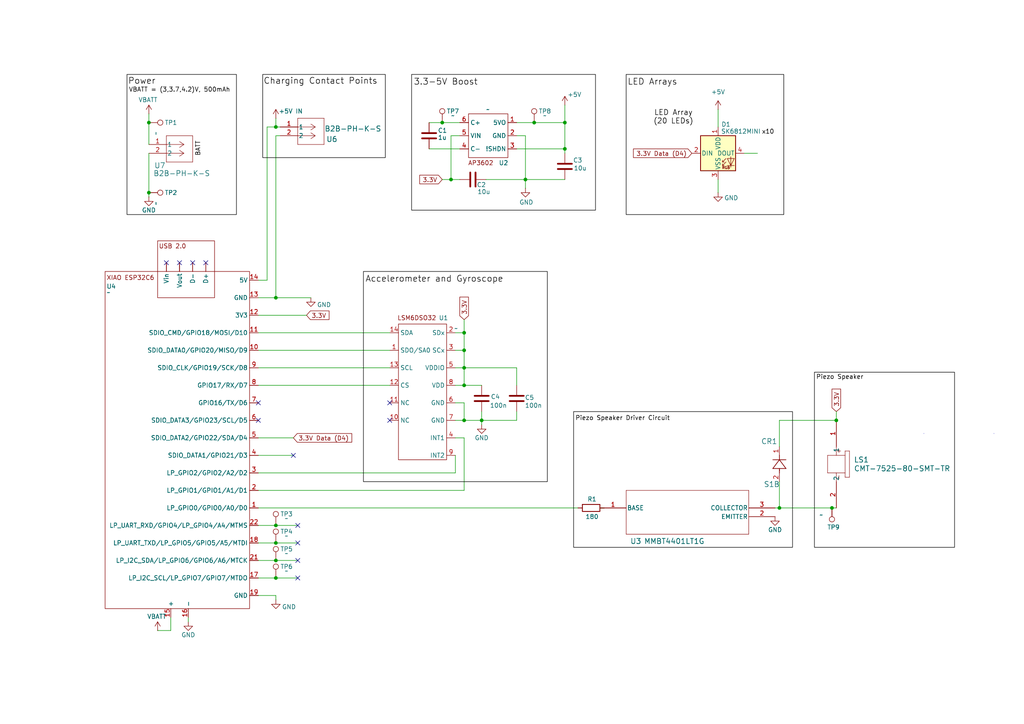
<source format=kicad_sch>
(kicad_sch (version 20231120) (generator "eeschema") (generator_version "8.0")
  (paper "A4")
  (title_block (title "LED20 Final Schematic") (date "2024-11-21") (rev "5") (company "Team 01") (comment 1 "Schematic of LED20"))
  (lib_symbols
    (symbol "2024-11-12_01-25-46:B2B-PH-K-S" (pin_names (offset 0.254))
      (property "Reference" "U6" (at 3.302 -4.318 0))
      (property "Value" "B2B-PH-K-S" (at 5.588 -6.35 0))
      (symbol "B2B-PH-K-S_1_1"
        (polyline (pts (xy 5.08 -5.08) (xy 12.7 -5.08)) (stroke (width 0.127)))
        (polyline (pts (xy 5.08 2.54) (xy 5.08 -5.08)) (stroke (width 0.127)))
        (polyline (pts (xy 10.16 -2.54) (xy 5.08 -2.54)) (stroke (width 0.127)))
        (polyline (pts (xy 10.16 -2.54) (xy 8.89 -3.3867)) (stroke (width 0.127)))
        (polyline (pts (xy 10.16 -2.54) (xy 8.89 -1.6933)) (stroke (width 0.127)))
        (polyline (pts (xy 10.16 0) (xy 5.08 0)) (stroke (width 0.127)))
        (polyline (pts (xy 10.16 0) (xy 8.89 -0.8467)) (stroke (width 0.127)))
        (polyline (pts (xy 10.16 0) (xy 8.89 0.8467)) (stroke (width 0.127)))
        (polyline (pts (xy 12.7 -5.08) (xy 12.7 2.54)) (stroke (width 0.127)))
        (polyline (pts (xy 12.7 2.54) (xy 5.08 2.54)) (stroke (width 0.127)))
        (pin power_out line (at 0 0 0) (length 5.08) (name "1") (number "1"))
        (pin power_out line (at 0 -2.54 0) (length 5.08) (name "2") (number "2"))
      )
    )
    (symbol "2024-11-12_02-31-52:CMT-7525-80-SMT-TR" (pin_names (offset 0.254))
      (property "Reference" "LS" (at 12.7 10.16 0))
      (property "Value" "CMT-7525-80-SMT-TR" (at 12.7 7.62 0))
      (symbol "CMT-7525-80-SMT-TR_1_1"
        (polyline (pts (xy 7.62 0) (xy 10.16 0)) (stroke (width 0.127)))
        (polyline (pts (xy 8.382 0.762) (xy 9.398 0.762)) (stroke (width 0.127)))
        (polyline (pts (xy 8.89 1.27) (xy 8.89 0.254)) (stroke (width 0.127)))
        (polyline (pts (xy 8.89 3.81) (xy 8.89 2.54)) (stroke (width 0.127)))
        (polyline (pts (xy 8.89 3.81) (xy 16.51 3.81)) (stroke (width 0.127)))
        (polyline (pts (xy 10.16 -2.54) (xy 15.24 -2.54)) (stroke (width 0.127)))
        (polyline (pts (xy 10.16 2.54) (xy 10.16 -2.54)) (stroke (width 0.127)))
        (polyline (pts (xy 15.24 -2.54) (xy 15.24 2.54)) (stroke (width 0.127)))
        (polyline (pts (xy 16.002 0.762) (xy 17.018 0.762)) (stroke (width 0.127)))
        (polyline (pts (xy 16.51 2.54) (xy 8.89 2.54)) (stroke (width 0.127)))
        (polyline (pts (xy 16.51 3.81) (xy 16.51 2.54)) (stroke (width 0.127)))
        (polyline (pts (xy 17.78 0) (xy 15.24 0)) (stroke (width 0.127)))
        (pin unspecified line (at 0 0 0) (length 7.62) (name "1") (number "1"))
        (pin unspecified line (at 25.4 0 180) (length 7.62) (name "2") (number "2"))
      )
    )
    (symbol "2024-11-20_21-45-17:MMBT4401LT1G" (pin_names (offset 0.254))
      (property "Reference" "U" (at 25.4 10.16 0))
      (property "Value" "MMBT4401LT1G" (at 25.4 7.62 0))
      (symbol "MMBT4401LT1G_0_1"
        (polyline (pts (xy 7.62 -7.62) (xy 43.18 -7.62)) (stroke (width 0.127)))
        (polyline (pts (xy 7.62 5.08) (xy 7.62 -7.62)) (stroke (width 0.127)))
        (polyline (pts (xy 43.18 -7.62) (xy 43.18 5.08)) (stroke (width 0.127)))
        (polyline (pts (xy 43.18 5.08) (xy 7.62 5.08)) (stroke (width 0.127)))
        (pin unspecified line (at 0 0 0) (length 7.62) (name "BASE") (number "1"))
        (pin unspecified line (at 50.8 -2.54 180) (length 7.62) (name "EMITTER") (number "2"))
        (pin unspecified line (at 50.8 0 180) (length 7.62) (name "COLLECTOR") (number "3"))
      )
    )
    (symbol "B2B-PH-K-S_1" (pin_names (offset 0.254))
      (property "Reference" "U7" (at 1.524 -6.096 0))
      (property "Value" "B2B-PH-K-S" (at 1.27 -8.382 0))
      (symbol "B2B-PH-K-S_1_1_1"
        (polyline (pts (xy 5.08 -5.08) (xy 12.7 -5.08)) (stroke (width 0.127)))
        (polyline (pts (xy 5.08 2.54) (xy 5.08 -5.08)) (stroke (width 0.127)))
        (polyline (pts (xy 10.16 -2.54) (xy 5.08 -2.54)) (stroke (width 0.127)))
        (polyline (pts (xy 10.16 -2.54) (xy 8.89 -3.3867)) (stroke (width 0.127)))
        (polyline (pts (xy 10.16 -2.54) (xy 8.89 -1.6933)) (stroke (width 0.127)))
        (polyline (pts (xy 10.16 0) (xy 5.08 0)) (stroke (width 0.127)))
        (polyline (pts (xy 10.16 0) (xy 8.89 -0.8467)) (stroke (width 0.127)))
        (polyline (pts (xy 10.16 0) (xy 8.89 0.8467)) (stroke (width 0.127)))
        (polyline (pts (xy 12.7 -5.08) (xy 12.7 2.54)) (stroke (width 0.127)))
        (polyline (pts (xy 12.7 2.54) (xy 5.08 2.54)) (stroke (width 0.127)))
        (pin power_out line (at 0 0 0) (length 5.08) (name "1") (number "1"))
        (pin power_out line (at 0 -2.54 0) (length 5.08) (name "2") (number "2"))
      )
    )
    (symbol "Connector:TestPoint" (pin_numbers hide) (pin_names (offset 0.762) hide)
      (property "Reference" "TP" (at 0 6.858 0))
      (property "Value" "TestPoint" (at 0 5.08 0))
      (symbol "TestPoint_0_1"
        (circle (center 0 3.302) (radius 0.762))
      )
      (symbol "TestPoint_1_1"
        (pin passive line (at 0 0 90) (length 2.54) (name "1") (number "1"))
      )
    )
    (symbol "Device:C" (pin_numbers hide) (pin_names (offset 0.254))
      (property "Reference" "C" (at 0.635 2.54 0))
      (property "Value" "C" (at 0.635 -2.54 0))
      (symbol "C_0_1"
        (polyline (pts (xy -2.032 -0.762) (xy 2.032 -0.762)) (stroke (width 0.508)))
        (polyline (pts (xy -2.032 0.762) (xy 2.032 0.762)) (stroke (width 0.508)))
      )
      (symbol "C_1_1"
        (pin passive line (at 0 3.81 270) (length 2.794) (name "~") (number "1"))
        (pin passive line (at 0 -3.81 90) (length 2.794) (name "~") (number "2"))
      )
    )
    (symbol "Device:R" (pin_numbers hide) (pin_names (offset 0))
      (property "Reference" "R" (at 2.032 0 90))
      (property "Value" "R" (at 0 0 90))
      (symbol "R_0_1"
        (rectangle (start -1.016 -2.54) (end 1.016 2.54) (stroke (width 0.254)))
      )
      (symbol "R_1_1"
        (pin passive line (at 0 3.81 270) (length 1.27) (name "~") (number "1"))
        (pin passive line (at 0 -3.81 90) (length 1.27) (name "~") (number "2"))
      )
    )
    (symbol "DiodeLED20:S1B" (pin_names (offset 0.254))
      (property "Reference" "CR" (at 5.08 4.445 0))
      (property "Value" "S1B" (at 5.08 -3.81 0))
      (symbol "S1B_1_1"
        (polyline (pts (xy 2.54 0) (xy 3.4798 0)) (stroke (width 0.2032)))
        (polyline (pts (xy 3.175 0) (xy 3.81 0)) (stroke (width 0.2032)))
        (polyline (pts (xy 3.81 -1.905) (xy 6.35 0)) (stroke (width 0.2032)))
        (polyline (pts (xy 3.81 1.905) (xy 3.81 -1.905)) (stroke (width 0.2032)))
        (polyline (pts (xy 6.35 -1.905) (xy 6.35 1.905)) (stroke (width 0.2032)))
        (polyline (pts (xy 6.35 0) (xy 3.81 1.905)) (stroke (width 0.2032)))
        (polyline (pts (xy 6.35 0) (xy 7.62 0)) (stroke (width 0.2032)))
        (pin unspecified line (at 10.16 0 180) (length 2.54) (name "") (number "1"))
        (pin unspecified line (at 0 0 0) (length 2.54) (name "") (number "2"))
      )
      (symbol "S1B_1_2"
        (polyline (pts (xy -1.905 3.81) (xy 1.905 3.81)) (stroke (width 0.2032)))
        (polyline (pts (xy 0 2.54) (xy 0 3.4798)) (stroke (width 0.2032)))
        (polyline (pts (xy 0 3.175) (xy 0 3.81)) (stroke (width 0.2032)))
        (polyline (pts (xy 0 6.35) (xy -1.905 3.81)) (stroke (width 0.2032)))
        (polyline (pts (xy 0 6.35) (xy 0 7.62)) (stroke (width 0.2032)))
        (polyline (pts (xy 1.905 3.81) (xy 0 6.35)) (stroke (width 0.2032)))
        (polyline (pts (xy 1.905 6.35) (xy -1.905 6.35)) (stroke (width 0.2032)))
        (pin unspecified line (at 0 10.16 270) (length 2.54) (name "") (number "1"))
        (pin unspecified line (at 0 0 90) (length 2.54) (name "") (number "2"))
      )
    )
    (symbol "LED20_Library:AP3602"
      (property "Reference" "U" (at 3.302 -14.224 0))
      (symbol "AP3602_0_1"
        (rectangle (start -7.62 0) (end 3.81 -12.7))
      )
      (symbol "AP3602_1_1"
        (text "AP3602" (at -4.064 -14.224 0) (effects (font (size 1.27 1.27))))
        (pin power_out line (at 6.35 -2.54 180) (length 2.54) (name "5VO") (number "1"))
        (pin power_in line (at 6.35 -6.35 180) (length 2.54) (name "GND") (number "2"))
        (pin input line (at 6.35 -10.16 180) (length 2.54) (name "!SHDN") (number "3"))
        (pin input line (at -10.16 -10.16 0) (length 2.54) (name "C-") (number "4"))
        (pin power_in line (at -10.16 -6.35 0) (length 2.54) (name "VIN") (number "5"))
        (pin input line (at -10.16 -2.54 0) (length 2.54) (name "C+") (number "6"))
      )
    )
    (symbol "LED20_Library:LSM6DSO32"
      (property "Reference" "U1" (at 1.524 4.318 0))
      (property "Value" "~" (at 6.0041 1.27 0))
      (symbol "LSM6DSO32_0_1"
        (rectangle (start -10.16 2.54) (end 3.81 -36.83))
      )
      (symbol "LSM6DSO32_1_1"
        (text "LSM6DSO32" (at -4.826 4.318 0) (effects (font (size 1.27 1.27))))
        (pin output line (at -12.7 -5.08 0) (length 2.54) (name "SDO/SA0") (number "1"))
        (pin unspecified line (at -12.7 -25.4 0) (length 2.54) (name "NC") (number "10"))
        (pin unspecified line (at -12.7 -20.32 0) (length 2.54) (name "NC") (number "11"))
        (pin input line (at -12.7 -15.24 0) (length 2.54) (name "CS") (number "12"))
        (pin output line (at -12.7 -10.16 0) (length 2.54) (name "SCL") (number "13"))
        (pin output line (at -12.7 0 0) (length 2.54) (name "SDA") (number "14"))
        (pin power_in line (at 6.35 0 180) (length 2.54) (name "SDx") (number "2"))
        (pin power_in line (at 6.35 -5.08 180) (length 2.54) (name "SCx") (number "3"))
        (pin output line (at 6.35 -30.48 180) (length 2.54) (name "INT1") (number "4"))
        (pin power_in line (at 6.35 -10.16 180) (length 2.54) (name "VDDIO") (number "5"))
        (pin power_in line (at 6.35 -20.32 180) (length 2.54) (name "GND") (number "6"))
        (pin power_in line (at 6.35 -25.4 180) (length 2.54) (name "GND") (number "7"))
        (pin power_in line (at 6.35 -15.24 180) (length 2.54) (name "VDD") (number "8"))
        (pin output line (at 6.35 -35.56 180) (length 2.54) (name "INT2") (number "9"))
      )
    )
    (symbol "LED20_Library:XIAO_ESP32C6"
      (property "Reference" "U4" (at -24.892 28.702 0))
      (property "Value" "~" (at -25.654 26.924 0))
      (symbol "XIAO_ESP32C6_0_1"
        (rectangle (start -26.67 33.02) (end 15.24 -64.77))
        (rectangle (start -11.43 41.91) (end 5.08 25.4))
      )
      (symbol "XIAO_ESP32C6_1_1"
        (text "USB 2.0" (at -7.112 40.386 0) (effects (font (size 1.27 1.27))))
        (text "XIAO ESP32C6" (at -19.304 31.242 0) (effects (font (size 1.27 1.27))))
        (pin bidirectional line (at 2.54 35.56 270) (length 2.54) (name "D+") (number ""))
        (pin bidirectional line (at -1.27 35.56 270) (length 2.54) (name "D-") (number ""))
        (pin power_in line (at -8.89 35.56 270) (length 2.54) (name "Vin") (number ""))
        (pin power_out line (at -5.08 35.56 270) (length 2.54) (name "Vout") (number ""))
        (pin bidirectional line (at 17.78 -35.56 180) (length 2.54) (name "LP_GPIO0/GPIO0/A0/D0") (number "1"))
        (pin bidirectional line (at 17.78 10.16 180) (length 2.54) (name "SDIO_DATA0/GPIO20/MISO/D9") (number "10"))
        (pin bidirectional line (at 17.78 15.24 180) (length 2.54) (name "SDIO_CMD/GPIO18/MOSI/D10") (number "11"))
        (pin power_out line (at 17.78 20.32 180) (length 2.54) (name "3V3") (number "12"))
        (pin power_in line (at 17.78 25.4 180) (length 2.54) (name "GND") (number "13"))
        (pin power_in line (at 17.78 30.48 180) (length 2.54) (name "5V") (number "14"))
        (pin power_in line (at -7.62 -67.31 90) (length 2.54) (name "+") (number "15"))
        (pin power_in line (at -2.54 -67.31 90) (length 2.54) (name "-") (number "16"))
        (pin bidirectional line (at 17.78 -55.88 180) (length 2.54) (name "LP_I2C_SCL/LP_GPIO7/GPIO7/MTDO") (number "17"))
        (pin bidirectional line (at 17.78 -45.72 180) (length 2.54) (name "LP_UART_TXD/LP_GPIO5/GPIO5/A5/MTDI") (number "18"))
        (pin power_in line (at 17.78 -60.96 180) (length 2.54) (name "GND") (number "19"))
        (pin bidirectional line (at 17.78 -30.48 180) (length 2.54) (name "LP_GPIO1/GPIO1/A1/D1") (number "2"))
        (pin bidirectional line (at 17.78 -50.8 180) (length 2.54) (name "LP_I2C_SDA/LP_GPIO6/GPIO6/A6/MTCK") (number "21"))
        (pin bidirectional line (at 17.78 -40.64 180) (length 2.54) (name "LP_UART_RXD/GPIO4/LP_GPIO4/A4/MTMS") (number "22"))
        (pin bidirectional line (at 17.78 -25.4 180) (length 2.54) (name "LP_GPIO2/GPIO2/A2/D2") (number "3"))
        (pin bidirectional line (at 17.78 -20.32 180) (length 2.54) (name "SDIO_DATA1/GPIO21/D3") (number "4"))
        (pin bidirectional line (at 17.78 -15.24 180) (length 2.54) (name "SDIO_DATA2/GPIO22/SDA/D4") (number "5"))
        (pin bidirectional line (at 17.78 -10.16 180) (length 2.54) (name "SDIO_DATA3/GPIO23/SCL/D5") (number "6"))
        (pin bidirectional line (at 17.78 -5.08 180) (length 2.54) (name "GPIO16/TX/D6") (number "7"))
        (pin bidirectional line (at 17.78 0 180) (length 2.54) (name "GPIO17/RX/D7") (number "8"))
        (pin bidirectional line (at 17.78 5.08 180) (length 2.54) (name "SDIO_CLK/GPIO19/SCK/D8") (number "9"))
      )
    )
    (symbol "LED:SK6812MINI" (pin_names (offset 0.254))
      (property "Reference" "D1" (at 2.286 8.382 0))
      (property "Value" "SK6812MINI" (at 6.604 6.35 0))
      (symbol "SK6812MINI_0_0"
        (text "RGB" (at 2.286 -4.191 0) (effects (font (size 0.762 0.762))))
      )
      (symbol "SK6812MINI_0_1"
        (polyline (pts (xy 1.27 -3.556) (xy 1.778 -3.556)))
        (polyline (pts (xy 1.27 -2.54) (xy 1.778 -2.54)))
        (polyline (pts (xy 4.699 -3.556) (xy 2.667 -3.556)))
        (polyline (pts (xy 2.286 -2.54) (xy 1.27 -3.556) (xy 1.27 -3.048)))
        (polyline (pts (xy 2.286 -1.524) (xy 1.27 -2.54) (xy 1.27 -2.032)))
        (polyline (pts (xy 3.683 -1.016) (xy 3.683 -3.556) (xy 3.683 -4.064)))
        (polyline (pts (xy 4.699 -1.524) (xy 2.667 -1.524) (xy 3.683 -3.556) (xy 4.699 -1.524)))
        (rectangle (start 5.08 5.08) (end -5.08 -5.08) (stroke (width 0.254)) (fill (type background)))
      )
      (symbol "SK6812MINI_1_1"
        (pin power_in line (at 0 7.62 270) (length 2.54) (name "VDD") (number "1"))
        (pin input line (at -7.62 0 0) (length 2.54) (name "DIN") (number "2"))
        (pin power_in line (at 0 -7.62 90) (length 2.54) (name "VSS") (number "3"))
        (pin output line (at 7.62 0 180) (length 2.54) (name "DOUT") (number "4"))
      )
    )
    (symbol "power:+5V" (power) (pin_numbers hide) (pin_names (offset 0) hide)
      (property "Value" "+5V" (at 0 3.556 0))
      (symbol "+5V_0_1"
        (polyline (pts (xy -0.762 1.27) (xy 0 2.54)))
        (polyline (pts (xy 0 0) (xy 0 2.54)))
        (polyline (pts (xy 0 2.54) (xy 0.762 1.27)))
      )
      (symbol "+5V_1_1"
        (pin power_in line (at 0 0 90) (length 0) (name "~") (number "1"))
      )
    )
    (symbol "power:+BATT" (power) (pin_numbers hide) (pin_names (offset 0) hide)
      (property "Value" "+BATT" (at 0 3.556 0))
      (symbol "+BATT_0_1"
        (polyline (pts (xy -0.762 1.27) (xy 0 2.54)))
        (polyline (pts (xy 0 0) (xy 0 2.54)))
        (polyline (pts (xy 0 2.54) (xy 0.762 1.27)))
      )
      (symbol "+BATT_1_1"
        (pin power_in line (at 0 0 90) (length 0) (name "~") (number "1"))
      )
    )
    (symbol "power:GND" (power) (pin_numbers hide) (pin_names (offset 0) hide)
      (property "Value" "GND" (at 0 -3.81 0))
      (symbol "GND_0_1"
        (polyline (pts (xy 0 0) (xy 0 -1.27) (xy 1.27 -1.27) (xy 0 -2.54) (xy -1.27 -1.27) (xy 0 -1.27)))
      )
      (symbol "GND_1_1"
        (pin power_in line (at 0 0 270) (length 0) (name "~") (number "1"))
      )
    )
  )
  (junction (at 139.7 121.92))
  (junction (at 134.62 121.92))
  (junction (at 130.81 52.07))
  (junction (at 134.62 106.68))
  (junction (at 241.3 147.32))
  (junction (at 43.18 35.56))
  (junction (at 80.01 167.64))
  (junction (at 80.01 36.83))
  (junction (at 152.4 52.07))
  (junction (at 80.01 86.36))
  (junction (at 242.57 121.92))
  (junction (at 43.18 55.88))
  (junction (at 134.62 101.6))
  (junction (at 226.06 147.32))
  (junction (at 80.01 162.56))
  (junction (at 80.01 157.48))
  (junction (at 163.83 43.18))
  (junction (at 154.94 35.56))
  (junction (at 134.62 96.52))
  (junction (at 128.27 35.56))
  (junction (at 163.83 35.56))
  (junction (at 134.62 111.76))
  (junction (at 80.01 152.4))
  (no_connect (at 113.03 116.84))
  (no_connect (at 113.03 121.92))
  (no_connect (at 55.88 76.2))
  (no_connect (at 86.36 152.4))
  (no_connect (at 59.69 76.2))
  (no_connect (at 86.36 162.56))
  (no_connect (at 74.93 116.84))
  (no_connect (at 86.36 167.64))
  (no_connect (at 74.93 121.92))
  (no_connect (at 85.09 132.08))
  (no_connect (at 52.07 76.2))
  (no_connect (at 86.36 157.48))
  (no_connect (at 48.26 76.2))
  (wire (pts (xy 152.4 54.61) (xy 152.4 52.07)))
  (wire (pts (xy 134.62 142.24) (xy 134.62 127)))
  (wire (pts (xy 132.08 132.08) (xy 132.08 137.16)))
  (wire (pts (xy 80.01 86.36) (xy 90.17 86.36)))
  (wire (pts (xy 215.9 44.45) (xy 219.71 44.45)))
  (wire (pts (xy 175.26 147.32) (xy 173.99 147.32)))
  (wire (pts (xy 139.7 121.92) (xy 134.62 121.92)))
  (wire (pts (xy 163.83 44.45) (xy 163.83 43.18)))
  (wire (pts (xy 224.79 147.32) (xy 226.06 147.32)))
  (wire (pts (xy 80.01 152.4) (xy 74.93 152.4)))
  (wire (pts (xy 152.4 52.07) (xy 152.4 39.37)))
  (wire (pts (xy 134.62 127) (xy 132.08 127)))
  (wire (pts (xy 74.93 127) (xy 85.09 127)))
  (wire (pts (xy 163.83 30.48) (xy 163.83 35.56)))
  (wire (pts (xy 134.62 96.52) (xy 134.62 92.71)))
  (wire (pts (xy 132.08 116.84) (xy 134.62 116.84)))
  (wire (pts (xy 86.36 152.4) (xy 80.01 152.4)))
  (wire (pts (xy 74.93 101.6) (xy 113.03 101.6)))
  (wire (pts (xy 80.01 157.48) (xy 74.93 157.48)))
  (wire (pts (xy 132.08 101.6) (xy 134.62 101.6)))
  (wire (pts (xy 74.93 137.16) (xy 132.08 137.16)))
  (wire (pts (xy 134.62 111.76) (xy 139.7 111.76)))
  (wire (pts (xy 152.4 52.07) (xy 163.83 52.07)))
  (wire (pts (xy 74.93 132.08) (xy 85.09 132.08)))
  (wire (pts (xy 43.18 44.45) (xy 43.18 55.88)))
  (wire (pts (xy 132.08 121.92) (xy 134.62 121.92)))
  (wire (pts (xy 208.28 52.07) (xy 208.28 55.88)))
  (wire (pts (xy 86.36 167.64) (xy 80.01 167.64)))
  (wire (pts (xy 130.81 52.07) (xy 133.35 52.07)))
  (wire (pts (xy 43.18 55.88) (xy 43.18 57.15)))
  (wire (pts (xy 80.01 39.37) (xy 80.01 86.36)))
  (wire (pts (xy 74.93 147.32) (xy 167.64 147.32)))
  (wire (pts (xy 226.06 139.7) (xy 226.06 147.32)))
  (wire (pts (xy 226.06 147.32) (xy 241.3 147.32)))
  (wire (pts (xy 132.08 111.76) (xy 134.62 111.76)))
  (wire (pts (xy 132.08 96.52) (xy 134.62 96.52)))
  (wire (pts (xy 139.7 123.19) (xy 139.7 121.92)))
  (wire (pts (xy 149.86 111.76) (xy 149.86 106.68)))
  (wire (pts (xy 74.93 142.24) (xy 134.62 142.24)))
  (wire (pts (xy 134.62 111.76) (xy 134.62 106.68)))
  (wire (pts (xy 133.35 39.37) (xy 130.81 39.37)))
  (wire (pts (xy 80.01 167.64) (xy 74.93 167.64)))
  (wire (pts (xy 134.62 106.68) (xy 149.86 106.68)))
  (wire (pts (xy 86.36 162.56) (xy 80.01 162.56)))
  (wire (pts (xy 74.93 91.44) (xy 88.9 91.44)))
  (wire (pts (xy 241.3 147.32) (xy 242.57 147.32)))
  (wire (pts (xy 140.97 52.07) (xy 152.4 52.07)))
  (wire (pts (xy 128.27 35.56) (xy 133.35 35.56)))
  (wire (pts (xy 54.61 179.07) (xy 54.61 180.34)))
  (wire (pts (xy 226.06 129.54) (xy 226.06 121.92)))
  (wire (pts (xy 149.86 39.37) (xy 152.4 39.37)))
  (wire (pts (xy 43.18 35.56) (xy 43.18 41.91)))
  (wire (pts (xy 74.93 106.68) (xy 113.03 106.68)))
  (wire (pts (xy 77.47 36.83) (xy 80.01 36.83)))
  (wire (pts (xy 149.86 35.56) (xy 154.94 35.56)))
  (wire (pts (xy 139.7 121.92) (xy 149.86 121.92)))
  (wire (pts (xy 49.53 179.07) (xy 49.53 182.88)))
  (wire (pts (xy 80.01 162.56) (xy 74.93 162.56)))
  (wire (pts (xy 45.72 182.88) (xy 49.53 182.88)))
  (wire (pts (xy 134.62 106.68) (xy 134.62 101.6)))
  (wire (pts (xy 154.94 35.56) (xy 163.83 35.56)))
  (wire (pts (xy 139.7 119.38) (xy 139.7 121.92)))
  (wire (pts (xy 124.46 35.56) (xy 128.27 35.56)))
  (wire (pts (xy 130.81 39.37) (xy 130.81 52.07)))
  (wire (pts (xy 80.01 39.37) (xy 81.28 39.37)))
  (wire (pts (xy 132.08 106.68) (xy 134.62 106.68)))
  (wire (pts (xy 74.93 172.72) (xy 80.01 172.72)))
  (wire (pts (xy 134.62 116.84) (xy 134.62 121.92)))
  (wire (pts (xy 77.47 81.28) (xy 74.93 81.28)))
  (wire (pts (xy 208.28 31.75) (xy 208.28 36.83)))
  (wire (pts (xy 80.01 172.72) (xy 80.01 173.99)))
  (wire (pts (xy 74.93 86.36) (xy 80.01 86.36)))
  (wire (pts (xy 80.01 34.29) (xy 80.01 36.83)))
  (wire (pts (xy 86.36 157.48) (xy 80.01 157.48)))
  (wire (pts (xy 74.93 96.52) (xy 113.03 96.52)))
  (wire (pts (xy 149.86 119.38) (xy 149.86 121.92)))
  (wire (pts (xy 43.18 33.02) (xy 43.18 35.56)))
  (wire (pts (xy 134.62 101.6) (xy 134.62 96.52)))
  (wire (pts (xy 124.46 43.18) (xy 133.35 43.18)))
  (wire (pts (xy 149.86 43.18) (xy 163.83 43.18)))
  (wire (pts (xy 74.93 111.76) (xy 113.03 111.76)))
  (wire (pts (xy 242.57 119.38) (xy 242.57 121.92)))
  (wire (pts (xy 81.28 36.83) (xy 80.01 36.83)))
  (wire (pts (xy 77.47 36.83) (xy 77.47 81.28)))
  (wire (pts (xy 163.83 35.56) (xy 163.83 43.18)))
  (wire (pts (xy 226.06 121.92) (xy 242.57 121.92)))
  (wire (pts (xy 128.27 52.07) (xy 130.81 52.07)))
  (rectangle (start 267.97 125.73) (end 267.97 125.73))
  (rectangle (start 105.41 78.74) (end 158.75 139.7) (stroke (width 0) (color 0 0 0 1)))
  (rectangle (start 166.37 119.38) (end 229.87 158.75) (stroke (width 0) (color 0 0 0 1)))
  (rectangle (start 76.2 21.59) (end 111.76 45.72) (stroke (width 0) (color 0 0 0 1)))
  (rectangle (start 181.61 21.59) (end 227.33 62.23) (stroke (width 0) (color 0 0 0 1)))
  (rectangle (start 119.38 21.59) (end 172.72 60.96) (stroke (width 0) (color 0 0 0 1)))
  (rectangle (start 288.29 125.73) (end 288.29 125.73))
  (rectangle (start 236.22 107.95) (end 276.86 158.75) (stroke (width 0) (color 0 0 0 1)))
  (rectangle (start 36.83 21.59) (end 68.58 62.23) (stroke (width 0) (color 0 0 0 1)))
  (text "Charging Contact Points\n" (at 92.964 23.622 0) (effects (font (size 1.778 1.778))))
  (text "Piezo Speaker\n" (at 243.586 109.474 0) (effects (font (size 1.27 1.27))))
  (text "3.3-5V Boost" (at 129.286 23.876 0) (effects (font (size 1.778 1.778))))
  (text "VBATT = (3,3.7,4.2)V, 500mAh" (at 52.07 26.162 0) (effects (font (size 1.27 1.27))))
  (text "BATT" (at 57.404 43.18 90) (effects (font (size 1.27 1.27))))
  (text "LED Arrays" (at 189.23 23.876 0) (effects (font (size 1.778 1.778))))
  (text "Piezo Speaker Driver Circuit\n" (at 180.594 121.412 0) (effects (font (size 1.27 1.27))))
  (text "Power" (at 41.148 23.622 0) (effects (font (size 1.778 1.778))))
  (text "Accelerometer and Gyroscope\n" (at 125.984 81.026 0) (effects (font (size 1.778 1.778))))
  (text "LED Array\n(20 LEDs)" (at 195.326 34.036 0) (effects (font (size 1.524 1.524))))
  (text "x10" (at 222.758 38.354 0) (effects (font (size 1.27 1.27))))
  (global_label "3.3V" (shape input) (at 134.62 92.71 90) (property "Intersheetrefs" "${INTERSHEET_REFS}" (effects (hide yes))))
  (global_label "3.3V" (shape input) (at 242.57 119.38 90) (property "Intersheetrefs" "${INTERSHEET_REFS}" (effects (hide yes))))
  (global_label "3.3V" (shape input) (at 128.27 52.07 180) (property "Intersheetrefs" "${INTERSHEET_REFS}" (effects (hide yes))))
  (global_label "3.3V Data (D4)" (shape input) (at 200.66 44.45 180) (property "Intersheetrefs" "${INTERSHEET_REFS}" (effects (hide yes))))
  (global_label "3.3V Data (D4)" (shape input) (at 85.09 127 0) (property "Intersheetrefs" "${INTERSHEET_REFS}" (effects (hide yes))))
  (global_label "3.3V" (shape input) (at 88.9 91.44 0) (property "Intersheetrefs" "${INTERSHEET_REFS}" (effects (hide yes))))
  (symbol (lib_id "power:+5V") (at 163.83 30.48 0) (unit 1)
    (property "Reference" "#PWR05" (effects (hide yes)))
    (property "Value" "+5V" (at 166.624 27.432 0))
    (property "Description" "Power symbol creates a global label with name \"+5V\"" (effects (hide yes)))
  )
  (symbol (lib_id "Device:C") (at 149.86 115.57 180) (unit 1)
    (property "Reference" "C5" (at 154.94 115.316 0) (effects (justify left)))
    (property "Value" "100n" (at 157.226 117.602 0) (effects (justify left)))
    (property "Footprint" "Capacitor_SMD:C_0603_1608Metric" (effects (hide yes)))
    (property "Description" "Unpolarized capacitor" (effects (hide yes)))
  )
  (symbol (lib_id "Device:C") (at 124.46 39.37 0) (unit 1)
    (property "Reference" "C1" (at 127 37.846 0) (effects (justify left)))
    (property "Value" "1u" (at 127 39.878 0) (effects (justify left)))
    (property "Footprint" "Capacitor_SMD:C_0603_1608Metric" (effects (hide yes)))
    (property "Description" "Unpolarized capacitor" (effects (hide yes)))
  )
  (symbol (lib_id "power:+5V") (at 208.28 31.75 0) (unit 1)
    (property "Reference" "#PWR08" (effects (hide yes)))
    (property "Value" "+5V" (at 208.28 26.67 0))
    (property "Description" "Power symbol creates a global label with name \"+5V\"" (effects (hide yes)))
  )
  (symbol (lib_id "Connector:TestPoint") (at 80.01 167.64 0) (unit 1)
    (property "Reference" "TP6" (at 81.28 164.338 0) (effects (justify left)))
    (property "Value" "~" (at 82.55 165.608 0) (effects (justify left)))
    (property "Footprint" "TestPoint:TestPoint_Pad_D1.0mm" (effects (hide yes)))
    (property "Description" "test point" (effects (hide yes)))
  )
  (symbol (lib_id "Device:C") (at 163.83 48.26 180) (unit 1)
    (property "Reference" "C3" (at 168.91 46.482 0) (effects (justify left)))
    (property "Value" "10u" (at 170.18 48.768 0) (effects (justify left)))
    (property "Footprint" "Capacitor_SMD:C_0603_1608Metric" (effects (hide yes)))
    (property "Description" "Unpolarized capacitor" (effects (hide yes)))
  )
  (symbol (lib_id "power:GND") (at 224.79 149.86 0) (unit 1)
    (property "Reference" "#PWR015" (effects (hide yes)))
    (property "Value" "GND" (at 224.79 153.67 0))
    (property "Description" "Power symbol creates a global label with name \"GND\" , ground" (effects (hide yes)))
  )
  (symbol (lib_id "Connector:TestPoint") (at 80.01 157.48 0) (unit 1)
    (property "Reference" "TP4" (at 81.28 154.178 0) (effects (justify left)))
    (property "Value" "~" (at 82.55 155.448 0) (effects (justify left)))
    (property "Footprint" "TestPoint:TestPoint_Pad_D1.0mm" (effects (hide yes)))
    (property "Description" "test point" (effects (hide yes)))
  )
  (symbol (lib_id "power:GND") (at 208.28 55.88 0) (unit 1)
    (property "Reference" "#PWR010" (effects (hide yes)))
    (property "Value" "GND" (at 212.09 57.404 0))
    (property "Description" "Power symbol creates a global label with name \"GND\" , ground" (effects (hide yes)))
  )
  (symbol (lib_id "power:GND") (at 80.01 173.99 0) (unit 1)
    (property "Reference" "#PWR06" (effects (hide yes)))
    (property "Value" "GND" (at 83.82 176.022 0))
    (property "Description" "Power symbol creates a global label with name \"GND\" , ground" (effects (hide yes)))
  )
  (symbol (lib_id "power:+BATT") (at 45.72 182.88 0) (unit 1)
    (property "Reference" "#PWR03" (effects (hide yes)))
    (property "Value" "VBATT" (at 45.466 178.816 0))
    (property "Description" "Power symbol creates a global label with name \"+BATT\"" (effects (hide yes)))
  )
  (symbol (lib_id "power:GND") (at 43.18 57.15 0) (unit 1)
    (property "Reference" "#PWR01" (effects (hide yes)))
    (property "Value" "GND" (at 43.18 60.96 0))
    (property "Description" "Power symbol creates a global label with name \"GND\" , ground" (effects (hide yes)))
  )
  (symbol (lib_id "LED20_Library:LSM6DSO32") (at 125.73 96.52 0) (unit 1)
    (property "Reference" "U1" (at 127.254 92.202 0) (effects (justify left)))
    (property "Value" "~" (at 131.7341 95.25 0) (effects (justify left)))
    (property "Footprint" "Led20:LGA-14L_2P5X3X0P83_STM-L" (effects (hide yes)))
  )
  (symbol (lib_id "Connector:TestPoint") (at 80.01 152.4 0) (unit 1)
    (property "Reference" "TP3" (at 81.28 149.098 0) (effects (justify left)))
    (property "Value" "~" (at 82.55 150.368 0) (effects (justify left)))
    (property "Footprint" "TestPoint:TestPoint_Pad_D1.0mm" (effects (hide yes)))
    (property "Description" "test point" (effects (hide yes)))
  )
  (symbol (lib_id "2024-11-12_01-25-46:B2B-PH-K-S") (at 81.28 36.83 0) (unit 1)
    (property "Reference" "U6" (at 96.266 40.386 0) (effects (font (size 1.524 1.524))))
    (property "Value" "B2B-PH-K-S" (at 102.362 37.338 0) (effects (font (size 1.524 1.524))))
    (property "Footprint" "Connector_JST:JST_PH_B2B-PH-K_1x02_P2.00mm_Vertical" (effects (hide yes)))
    (property "Datasheet" "B2B-PH-K-S" (effects (hide yes)))
  )
  (symbol (lib_id "power:+BATT") (at 80.01 34.29 0) (mirror y) (unit 1)
    (property "Reference" "#PWR011" (effects (hide yes)))
    (property "Value" "+5V IN" (at 84.328 32.258 0))
    (property "Description" "Power symbol creates a global label with name \"+BATT\"" (effects (hide yes)))
  )
  (symbol (lib_id "2024-11-12_02-31-52:CMT-7525-80-SMT-TR") (at 242.57 121.92 270) (unit 1)
    (property "Reference" "LS1" (at 247.65 133.3499 90) (effects (font (size 1.524 1.524)) (justify left)))
    (property "Value" "CMT-7525-80-SMT-TR" (at 247.65 135.8899 90) (effects (font (size 1.524 1.524)) (justify left)))
    (property "Footprint" "Led20:CMT-7525-80-SMT-TR_CUD" (effects (hide yes)))
    (property "Datasheet" "CMT-7525-80-SMT-TR" (effects (hide yes)))
  )
  (symbol (lib_id "power:GND") (at 54.61 180.34 0) (unit 1)
    (property "Reference" "#PWR04" (effects (hide yes)))
    (property "Value" "GND" (at 54.61 184.15 0))
    (property "Description" "Power symbol creates a global label with name \"GND\" , ground" (effects (hide yes)))
  )
  (symbol (lib_id "Connector:TestPoint") (at 154.94 35.56 0) (unit 1)
    (property "Reference" "TP8" (at 156.21 32.258 0) (effects (justify left)))
    (property "Value" "~" (at 157.48 33.528 0) (effects (justify left)))
    (property "Footprint" "TestPoint:TestPoint_Pad_D1.0mm" (effects (hide yes)))
    (property "Description" "test point" (effects (hide yes)))
  )
  (symbol (lib_id "power:GND") (at 139.7 123.19 0) (unit 1)
    (property "Reference" "#PWR014" (effects (hide yes)))
    (property "Value" "GND" (at 139.7 127 0))
    (property "Description" "Power symbol creates a global label with name \"GND\" , ground" (effects (hide yes)))
  )
  (symbol (lib_id "LED20_Library:XIAO_ESP32C6") (at 57.15 111.76 0) (unit 1)
    (property "Reference" "U4" (at 32.258 83.058 0))
    (property "Value" "~" (at 31.496 84.836 0))
    (property "Footprint" "Led20:XIAO-ESP32-C6-SMD" (effects (hide yes)))
  )
  (symbol (lib_id "Connector:TestPoint") (at 43.18 35.56 270) (unit 1)
    (property "Reference" "TP1" (at 47.752 35.56 90) (effects (justify left)))
    (property "Value" "~" (at 45.212 38.1 0) (effects (justify left)))
    (property "Footprint" "TestPoint:TestPoint_Pad_D1.0mm" (effects (hide yes)))
    (property "Description" "test point" (effects (hide yes)))
  )
  (symbol (lib_id "power:+BATT") (at 43.18 33.02 0) (unit 1)
    (property "Reference" "#PWR02" (effects (hide yes)))
    (property "Value" "VBATT" (at 42.926 28.956 0))
    (property "Description" "Power symbol creates a global label with name \"+BATT\"" (effects (hide yes)))
  )
  (symbol (lib_id "Device:R") (at 171.45 147.32 90) (unit 1)
    (property "Reference" "R1" (at 171.704 144.78 90))
    (property "Value" "180" (at 171.704 149.86 90))
    (property "Footprint" "Resistor_SMD:R_0603_1608Metric" (effects (hide yes)))
    (property "Description" "Resistor" (effects (hide yes)))
  )
  (symbol (lib_id "Connector:TestPoint") (at 128.27 35.56 0) (unit 1)
    (property "Reference" "TP7" (at 129.54 32.258 0) (effects (justify left)))
    (property "Value" "~" (at 130.81 33.528 0) (effects (justify left)))
    (property "Footprint" "TestPoint:TestPoint_Pad_D1.0mm" (effects (hide yes)))
    (property "Description" "test point" (effects (hide yes)))
  )
  (symbol (lib_id "DiodeLED20:S1B") (at 226.06 139.7 90) (unit 1)
    (property "Reference" "CR1" (at 220.726 128.016 90) (effects (font (size 1.524 1.524)) (justify right)))
    (property "Value" "S1B" (at 221.488 140.462 90) (effects (font (size 1.524 1.524)) (justify right)))
    (property "Footprint" "Footprints:SMA_403AE_OSI" (effects (hide yes)))
    (property "Datasheet" "S1B" (effects (hide yes)))
  )
  (symbol (lib_name "B2B-PH-K-S_1") (lib_id "2024-11-12_01-25-46:B2B-PH-K-S") (at 43.18 41.91 0) (unit 1)
    (property "Reference" "U7" (at 44.704 48.006 0) (effects (font (size 1.524 1.524)) (justify left)))
    (property "Value" "B2B-PH-K-S" (at 44.45 50.292 0) (effects (font (size 1.524 1.524)) (justify left)))
    (property "Footprint" "Connector_JST:JST_PH_B2B-PH-K_1x02_P2.00mm_Vertical" (effects (hide yes)))
    (property "Datasheet" "B2B-PH-K-S" (effects (hide yes)))
  )
  (symbol (lib_id "2024-11-20_21-45-17:MMBT4401LT1G") (at 173.99 147.32 0) (unit 1)
    (property "Reference" "U3" (at 184.404 156.972 0) (effects (font (size 1.524 1.524))))
    (property "Value" "MMBT4401LT1G" (at 195.58 156.972 0) (effects (font (size 1.524 1.524))))
    (property "Footprint" "Footprints:SOT-23_ONS" (effects (hide yes)))
    (property "Datasheet" "MMBT4401LT1G" (effects (hide yes)))
  )
  (symbol (lib_id "LED:SK6812MINI") (at 208.28 44.45 0) (unit 1)
    (property "Reference" "D1" (at 210.566 36.068 0))
    (property "Value" "SK6812MINI" (at 214.884 38.1 0))
    (property "Footprint" "Connector_JST:JST_PH_B3B-PH-K_1x03_P2.00mm_Vertical" (effects (hide yes)))
    (property "Datasheet" "https://cdn-shop.adafruit.com/product-files/2686/SK6812MINI_REV.01-1-2.pdf" (effects (hide yes)))
    (property "Description" "RGB LED with integrated controller" (effects (hide yes)))
  )
  (symbol (lib_id "Connector:TestPoint") (at 43.18 55.88 270) (unit 1)
    (property "Reference" "TP2" (at 47.752 55.88 90) (effects (justify left)))
    (property "Value" "~" (at 45.212 58.42 0) (effects (justify left)))
    (property "Footprint" "TestPoint:TestPoint_Pad_D1.0mm" (effects (hide yes)))
    (property "Description" "test point" (effects (hide yes)))
  )
  (symbol (lib_id "Device:C") (at 137.16 52.07 90) (unit 1)
    (property "Reference" "C2" (at 140.97 53.594 90) (effects (justify left)))
    (property "Value" "10u" (at 142.24 55.626 90) (effects (justify left)))
    (property "Footprint" "Capacitor_SMD:C_0603_1608Metric" (effects (hide yes)))
    (property "Description" "Unpolarized capacitor" (effects (hide yes)))
  )
  (symbol (lib_id "LED20_Library:AP3602") (at 143.51 33.02 0) (unit 1)
    (property "Reference" "U2" (at 146.05 47.244 0))
    (property "Value" "~" (at 141.5282 31.75 0))
    (property "Footprint" "Led20:ChargePump" (effects (hide yes)))
  )
  (symbol (lib_id "Connector:TestPoint") (at 80.01 162.56 0) (unit 1)
    (property "Reference" "TP5" (at 81.28 159.258 0) (effects (justify left)))
    (property "Value" "~" (at 82.55 160.528 0) (effects (justify left)))
    (property "Footprint" "TestPoint:TestPoint_Pad_D1.0mm" (effects (hide yes)))
    (property "Description" "test point" (effects (hide yes)))
  )
  (symbol (lib_id "power:GND") (at 152.4 54.61 0) (unit 1)
    (property "Reference" "#PWR09" (effects (hide yes)))
    (property "Value" "GND" (at 152.654 58.674 0))
    (property "Description" "Power symbol creates a global label with name \"GND\" , ground" (effects (hide yes)))
  )
  (symbol (lib_id "power:GND") (at 90.17 86.36 0) (unit 1)
    (property "Reference" "#PWR07" (effects (hide yes)))
    (property "Value" "GND" (at 93.98 88.392 0))
    (property "Description" "Power symbol creates a global label with name \"GND\" , ground" (effects (hide yes)))
  )
  (symbol (lib_id "Connector:TestPoint") (at 241.3 147.32 180) (unit 1)
    (property "Reference" "TP9" (at 243.586 152.908 0) (effects (justify left)))
    (property "Value" "~" (at 238.76 149.352 0) (effects (justify left)))
    (property "Footprint" "TestPoint:TestPoint_Pad_D1.0mm" (effects (hide yes)))
    (property "Description" "test point" (effects (hide yes)))
  )
  (symbol (lib_id "Device:C") (at 139.7 115.57 180) (unit 1)
    (property "Reference" "C4" (at 145.034 115.062 0) (effects (justify left)))
    (property "Value" "100n" (at 147.066 117.602 0) (effects (justify left)))
    (property "Footprint" "Capacitor_SMD:C_0603_1608Metric" (effects (hide yes)))
    (property "Description" "Unpolarized capacitor" (effects (hide yes)))
  )
)
</source>
